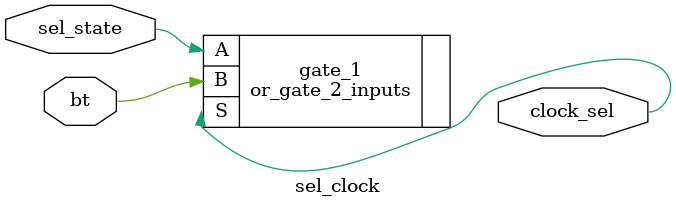
<source format=v>
module sel_clock(sel_state,bt,clock_sel);
	
	input sel_state,bt;
	output clock_sel;
	
	or_gate_2_inputs gate_1(.A(sel_state),.B(bt),.S(clock_sel));
	

endmodule 
</source>
